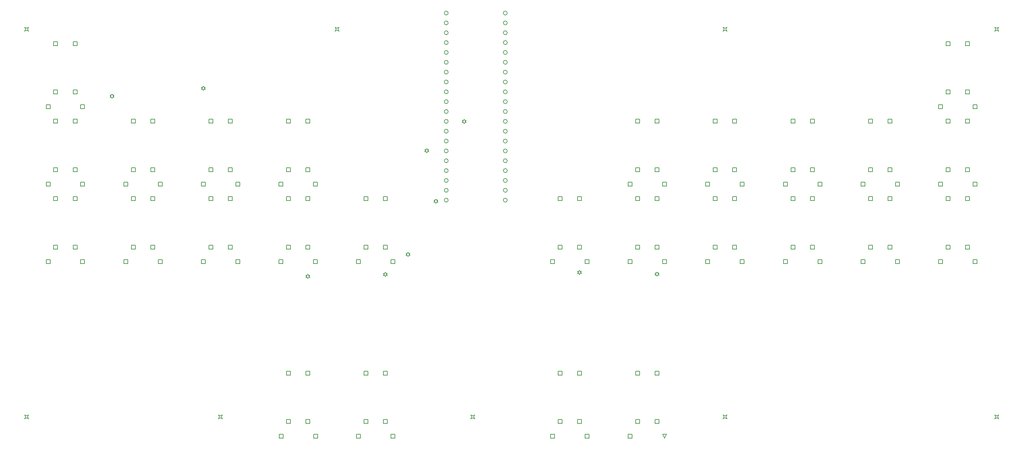
<source format=gbr>
G04*
G04 #@! TF.GenerationSoftware,Altium Limited,Altium Designer,23.10.1 (27)*
G04*
G04 Layer_Color=2752767*
%FSLAX44Y44*%
%MOMM*%
G71*
G04*
G04 #@! TF.SameCoordinates,93BA021C-4F65-4C52-B2D2-680D5BDB3C73*
G04*
G04*
G04 #@! TF.FilePolarity,Positive*
G04*
G01*
G75*
%ADD31C,0.1270*%
%ADD32C,0.1693*%
D31*
X769920Y732420D02*
Y742580D01*
X780080D01*
Y732420D01*
X769920D01*
Y857420D02*
Y867580D01*
X780080D01*
Y857420D01*
X769920D01*
X819920Y732420D02*
Y742580D01*
X830080D01*
Y732420D01*
X819920D01*
Y857420D02*
Y867580D01*
X830080D01*
Y857420D01*
X819920D01*
X1869920Y732420D02*
Y742580D01*
X1880080D01*
Y732420D01*
X1869920D01*
X2519920Y1057420D02*
Y1067580D01*
X2530080D01*
Y1057420D01*
X2519920D01*
Y932420D02*
Y942580D01*
X2530080D01*
Y932420D01*
X2519920D01*
X2469920Y1057420D02*
Y1067580D01*
X2480080D01*
Y1057420D01*
X2469920D01*
Y932420D02*
Y942580D01*
X2480080D01*
Y932420D01*
X2469920D01*
Y732420D02*
Y742580D01*
X2480080D01*
Y732420D01*
X2469920D01*
Y857420D02*
Y867580D01*
X2480080D01*
Y857420D01*
X2469920D01*
X2519920Y732420D02*
Y742580D01*
X2530080D01*
Y732420D01*
X2519920D01*
Y857420D02*
Y867580D01*
X2530080D01*
Y857420D01*
X2519920D01*
X2119920Y532420D02*
Y542580D01*
X2130080D01*
Y532420D01*
X2119920D01*
X2069920Y657420D02*
Y667580D01*
X2080080D01*
Y657420D01*
X2069920D01*
Y532420D02*
Y542580D01*
X2080080D01*
Y532420D01*
X2069920D01*
X1719920Y657420D02*
Y667580D01*
X1730080D01*
Y657420D01*
X1719920D01*
Y532420D02*
Y542580D01*
X1730080D01*
Y532420D01*
X1719920D01*
X1669920Y657420D02*
Y667580D01*
X1680080D01*
Y657420D01*
X1669920D01*
Y532420D02*
Y542580D01*
X1680080D01*
Y532420D01*
X1669920D01*
X1519920Y657420D02*
Y667580D01*
X1530080D01*
Y657420D01*
X1519920D01*
Y532420D02*
Y542580D01*
X1530080D01*
Y532420D01*
X1519920D01*
X1469920Y657420D02*
Y667580D01*
X1480080D01*
Y657420D01*
X1469920D01*
Y532420D02*
Y542580D01*
X1480080D01*
Y532420D01*
X1469920D01*
X1719920Y857420D02*
Y867580D01*
X1730080D01*
Y857420D01*
X1719920D01*
Y732420D02*
Y742580D01*
X1730080D01*
Y732420D01*
X1719920D01*
X1669920Y857420D02*
Y867580D01*
X1680080D01*
Y857420D01*
X1669920D01*
Y732420D02*
Y742580D01*
X1680080D01*
Y732420D01*
X1669920D01*
X2519920Y657420D02*
Y667580D01*
X2530080D01*
Y657420D01*
X2519920D01*
Y532420D02*
Y542580D01*
X2530080D01*
Y532420D01*
X2519920D01*
X2469920Y657420D02*
Y667580D01*
X2480080D01*
Y657420D01*
X2469920D01*
Y532420D02*
Y542580D01*
X2480080D01*
Y532420D01*
X2469920D01*
X2319920Y657420D02*
Y667580D01*
X2330080D01*
Y657420D01*
X2319920D01*
Y532420D02*
Y542580D01*
X2330080D01*
Y532420D01*
X2319920D01*
X2269920Y657420D02*
Y667580D01*
X2280080D01*
Y657420D01*
X2269920D01*
Y532420D02*
Y542580D01*
X2280080D01*
Y532420D01*
X2269920D01*
X2319920Y857420D02*
Y867580D01*
X2330080D01*
Y857420D01*
X2319920D01*
Y732420D02*
Y742580D01*
X2330080D01*
Y732420D01*
X2319920D01*
X2269920Y857420D02*
Y867580D01*
X2280080D01*
Y857420D01*
X2269920D01*
Y732420D02*
Y742580D01*
X2280080D01*
Y732420D01*
X2269920D01*
X2119920Y857420D02*
Y867580D01*
X2130080D01*
Y857420D01*
X2119920D01*
Y732420D02*
Y742580D01*
X2130080D01*
Y732420D01*
X2119920D01*
X2069920Y857420D02*
Y867580D01*
X2080080D01*
Y857420D01*
X2069920D01*
Y732420D02*
Y742580D01*
X2080080D01*
Y732420D01*
X2069920D01*
X1919920Y857420D02*
Y867580D01*
X1930080D01*
Y857420D01*
X1919920D01*
Y732420D02*
Y742580D01*
X1930080D01*
Y732420D01*
X1919920D01*
X1869920Y857420D02*
Y867580D01*
X1880080D01*
Y857420D01*
X1869920D01*
X969920Y532420D02*
Y542579D01*
X980080D01*
Y532420D01*
X969920D01*
X819920Y207419D02*
Y217579D01*
X830080D01*
Y207419D01*
X819920D01*
Y82419D02*
Y92579D01*
X830080D01*
Y82419D01*
X819920D01*
X769920Y207419D02*
Y217579D01*
X780080D01*
Y207419D01*
X769920D01*
Y82419D02*
Y92579D01*
X780080D01*
Y82419D01*
X769920D01*
X819920Y657420D02*
Y667579D01*
X830080D01*
Y657420D01*
X819920D01*
Y532420D02*
Y542579D01*
X830080D01*
Y532420D01*
X819920D01*
X769920Y657420D02*
Y667579D01*
X780080D01*
Y657420D01*
X769920D01*
Y532420D02*
Y542579D01*
X780080D01*
Y532420D01*
X769920D01*
X619920Y857420D02*
Y867580D01*
X630080D01*
Y857420D01*
X619920D01*
Y732420D02*
Y742580D01*
X630080D01*
Y732420D01*
X619920D01*
X569920Y857420D02*
Y867580D01*
X580080D01*
Y857420D01*
X569920D01*
Y732420D02*
Y742580D01*
X580080D01*
Y732420D01*
X569920D01*
X419920Y857420D02*
Y867580D01*
X430080D01*
Y857420D01*
X419920D01*
Y732420D02*
Y742580D01*
X430080D01*
Y732420D01*
X419920D01*
X369920Y857420D02*
Y867580D01*
X380080D01*
Y857420D01*
X369920D01*
Y732420D02*
Y742580D01*
X380080D01*
Y732420D01*
X369920D01*
X619920Y657420D02*
Y667579D01*
X630080D01*
Y657420D01*
X619920D01*
Y532420D02*
Y542579D01*
X630080D01*
Y532420D01*
X619920D01*
X569920Y657420D02*
Y667579D01*
X580080D01*
Y657420D01*
X569920D01*
Y532420D02*
Y542579D01*
X580080D01*
Y532420D01*
X569920D01*
X419920Y657420D02*
Y667579D01*
X430080D01*
Y657420D01*
X419920D01*
Y532420D02*
Y542579D01*
X430080D01*
Y532420D01*
X419920D01*
X369920Y657420D02*
Y667579D01*
X380080D01*
Y657420D01*
X369920D01*
Y532420D02*
Y542579D01*
X380080D01*
Y532420D01*
X369920D01*
X219920Y1057419D02*
Y1067579D01*
X230080D01*
Y1057419D01*
X219920D01*
Y932419D02*
Y942579D01*
X230080D01*
Y932419D01*
X219920D01*
X169920Y1057419D02*
Y1067579D01*
X180080D01*
Y1057419D01*
X169920D01*
Y932419D02*
Y942579D01*
X180080D01*
Y932419D01*
X169920D01*
X219920Y857420D02*
Y867580D01*
X230080D01*
Y857420D01*
X219920D01*
Y732420D02*
Y742580D01*
X230080D01*
Y732420D01*
X219920D01*
X169920Y857420D02*
Y867580D01*
X180080D01*
Y857420D01*
X169920D01*
Y732420D02*
Y742580D01*
X180080D01*
Y732420D01*
X169920D01*
X219920Y657420D02*
Y667579D01*
X230080D01*
Y657420D01*
X219920D01*
Y532420D02*
Y542579D01*
X230080D01*
Y532420D01*
X219920D01*
X169920Y657420D02*
Y667579D01*
X180080D01*
Y657420D01*
X169920D01*
Y532420D02*
Y542579D01*
X180080D01*
Y532420D01*
X169920D01*
X2119920Y657420D02*
Y667580D01*
X2130080D01*
Y657420D01*
X2119920D01*
X1019920Y207419D02*
Y217579D01*
X1030080D01*
Y207419D01*
X1019920D01*
Y82419D02*
Y92579D01*
X1030080D01*
Y82419D01*
X1019920D01*
X969920Y207419D02*
Y217579D01*
X980080D01*
Y207419D01*
X969920D01*
Y82419D02*
Y92579D01*
X980080D01*
Y82419D01*
X969920D01*
X1519920Y207420D02*
Y217580D01*
X1530080D01*
Y207420D01*
X1519920D01*
Y82420D02*
Y92580D01*
X1530080D01*
Y82420D01*
X1519920D01*
X1469920Y207420D02*
Y217580D01*
X1480080D01*
Y207420D01*
X1469920D01*
Y82420D02*
Y92580D01*
X1480080D01*
Y82420D01*
X1469920D01*
X1919920Y657420D02*
Y667580D01*
X1930080D01*
Y657420D01*
X1919920D01*
Y532420D02*
Y542580D01*
X1930080D01*
Y532420D01*
X1919920D01*
X1869920Y657420D02*
Y667580D01*
X1880080D01*
Y657420D01*
X1869920D01*
Y532420D02*
Y542580D01*
X1880080D01*
Y532420D01*
X1869920D01*
X1744400Y44920D02*
X1739320Y55080D01*
X1749480D01*
X1744400Y44920D01*
X1719920Y207420D02*
Y217580D01*
X1730080D01*
Y207420D01*
X1719920D01*
Y82420D02*
Y92580D01*
X1730080D01*
Y82420D01*
X1719920D01*
X1669920Y207420D02*
Y217580D01*
X1680080D01*
Y207420D01*
X1669920D01*
Y82420D02*
Y92580D01*
X1680080D01*
Y82420D01*
X1669920D01*
X1019920Y657420D02*
Y667579D01*
X1030080D01*
Y657420D01*
X1019920D01*
Y532420D02*
Y542579D01*
X1030080D01*
Y532420D01*
X1019920D01*
X969920Y657420D02*
Y667579D01*
X980080D01*
Y657420D01*
X969920D01*
X1894920Y94920D02*
X1897460Y100000D01*
X1894920Y105080D01*
X1900000Y102540D01*
X1905080Y105080D01*
X1902540Y100000D01*
X1905080Y94920D01*
X1900000Y97460D01*
X1894920Y94920D01*
X1244920D02*
X1247460Y100000D01*
X1244920Y105080D01*
X1250000Y102540D01*
X1255080Y105080D01*
X1252540Y100000D01*
X1255080Y94920D01*
X1250000Y97460D01*
X1244920Y94920D01*
X594920D02*
X597460Y100000D01*
X594920Y105080D01*
X600000Y102540D01*
X605080Y105080D01*
X602540Y100000D01*
X605080Y94920D01*
X600000Y97460D01*
X594920Y94920D01*
X894920Y1094920D02*
X897460Y1100000D01*
X894920Y1105080D01*
X900000Y1102540D01*
X905080Y1105080D01*
X902540Y1100000D01*
X905080Y1094920D01*
X900000Y1097460D01*
X894920Y1094920D01*
X1894920D02*
X1897460Y1100000D01*
X1894920Y1105080D01*
X1900000Y1102540D01*
X1905080Y1105080D01*
X1902540Y1100000D01*
X1905080Y1094920D01*
X1900000Y1097460D01*
X1894920Y1094920D01*
X2594920D02*
X2597460Y1100000D01*
X2594920Y1105080D01*
X2600000Y1102540D01*
X2605080Y1105080D01*
X2602540Y1100000D01*
X2605080Y1094920D01*
X2600000Y1097460D01*
X2594920Y1094920D01*
Y94920D02*
X2597460Y100000D01*
X2594920Y105080D01*
X2600000Y102540D01*
X2605080Y105080D01*
X2602540Y100000D01*
X2605080Y94920D01*
X2600000Y97460D01*
X2594920Y94920D01*
X94920D02*
X97460Y100000D01*
X94920Y105080D01*
X100000Y102540D01*
X105080Y105080D01*
X102540Y100000D01*
X105080Y94920D01*
X100000Y97460D01*
X94920Y94920D01*
Y1094920D02*
X97460Y1100000D01*
X94920Y1105080D01*
X100000Y1102540D01*
X105080Y1105080D01*
X102540Y1100000D01*
X105080Y1094920D01*
X100000Y1097460D01*
X94920Y1094920D01*
X2539320Y894920D02*
Y905080D01*
X2549480D01*
Y894920D01*
X2539320D01*
X2450520D02*
Y905080D01*
X2460680D01*
Y894920D01*
X2450520D01*
X2539320Y694920D02*
Y705080D01*
X2549480D01*
Y694920D01*
X2539320D01*
X2450520D02*
Y705080D01*
X2460680D01*
Y694920D01*
X2450520D01*
X2139320D02*
Y705080D01*
X2149480D01*
Y694920D01*
X2139320D01*
X2050520D02*
Y705080D01*
X2060680D01*
Y694920D01*
X2050520D01*
X2339320D02*
Y705080D01*
X2349480D01*
Y694920D01*
X2339320D01*
X2250520D02*
Y705080D01*
X2260680D01*
Y694920D01*
X2250520D01*
X2539320Y494920D02*
Y505080D01*
X2549480D01*
Y494920D01*
X2539320D01*
X2450520D02*
Y505080D01*
X2460680D01*
Y494920D01*
X2450520D01*
X2339320D02*
Y505080D01*
X2349480D01*
Y494920D01*
X2339320D01*
X2250520D02*
Y505080D01*
X2260680D01*
Y494920D01*
X2250520D01*
X1739320Y694920D02*
Y705080D01*
X1749480D01*
Y694920D01*
X1739320D01*
X1650520D02*
Y705080D01*
X1660680D01*
Y694920D01*
X1650520D01*
X2139320Y494920D02*
Y505080D01*
X2149480D01*
Y494920D01*
X2139320D01*
X2050520D02*
Y505080D01*
X2060680D01*
Y494920D01*
X2050520D01*
X239320Y694920D02*
Y705079D01*
X249480D01*
Y694920D01*
X239320D01*
X150520D02*
Y705079D01*
X160680D01*
Y694920D01*
X150520D01*
X239320Y894920D02*
Y905080D01*
X249480D01*
Y894920D01*
X239320D01*
X150520D02*
Y905080D01*
X160680D01*
Y894920D01*
X150520D01*
X439320Y694920D02*
Y705079D01*
X449480D01*
Y694920D01*
X439320D01*
X350520D02*
Y705079D01*
X360680D01*
Y694920D01*
X350520D01*
X239320Y494919D02*
Y505079D01*
X249480D01*
Y494919D01*
X239320D01*
X150520D02*
Y505079D01*
X160680D01*
Y494919D01*
X150520D01*
X439320D02*
Y505079D01*
X449480D01*
Y494919D01*
X439320D01*
X350520D02*
Y505079D01*
X360680D01*
Y494919D01*
X350520D01*
X639320D02*
Y505079D01*
X649480D01*
Y494919D01*
X639320D01*
X550520D02*
Y505079D01*
X560680D01*
Y494919D01*
X550520D01*
X839320D02*
Y505079D01*
X849480D01*
Y494919D01*
X839320D01*
X750520D02*
Y505079D01*
X760680D01*
Y494919D01*
X750520D01*
X639320Y694920D02*
Y705079D01*
X649480D01*
Y694920D01*
X639320D01*
X550520D02*
Y705079D01*
X560680D01*
Y694920D01*
X550520D01*
X839320D02*
Y705079D01*
X849480D01*
Y694920D01*
X839320D01*
X750520D02*
Y705079D01*
X760680D01*
Y694920D01*
X750520D01*
X1039320Y494919D02*
Y505079D01*
X1049480D01*
Y494919D01*
X1039320D01*
X950520D02*
Y505079D01*
X960680D01*
Y494919D01*
X950520D01*
X1650520Y44920D02*
Y55080D01*
X1660680D01*
Y44920D01*
X1650520D01*
X1739320Y494920D02*
Y505080D01*
X1749480D01*
Y494920D01*
X1739320D01*
X1650520D02*
Y505080D01*
X1660680D01*
Y494920D01*
X1650520D01*
X1939320D02*
Y505080D01*
X1949480D01*
Y494920D01*
X1939320D01*
X1850520D02*
Y505080D01*
X1860680D01*
Y494920D01*
X1850520D01*
X1939320Y694920D02*
Y705080D01*
X1949480D01*
Y694920D01*
X1939320D01*
X1850520D02*
Y705080D01*
X1860680D01*
Y694920D01*
X1850520D01*
X1539320Y44920D02*
Y55080D01*
X1549480D01*
Y44920D01*
X1539320D01*
X1450520D02*
Y55080D01*
X1460680D01*
Y44920D01*
X1450520D01*
X1539320Y494920D02*
Y505080D01*
X1549480D01*
Y494920D01*
X1539320D01*
X1450520D02*
Y505080D01*
X1460680D01*
Y494920D01*
X1450520D01*
X1039320Y44919D02*
Y55079D01*
X1049480D01*
Y44919D01*
X1039320D01*
X950520D02*
Y55079D01*
X960680D01*
Y44919D01*
X950520D01*
X839930D02*
Y55079D01*
X850090D01*
Y44919D01*
X839930D01*
X751130D02*
Y55079D01*
X761290D01*
Y44919D01*
X751130D01*
X1228000Y856920D02*
X1230540Y859460D01*
X1233080D01*
X1230540Y862000D01*
X1233080Y864540D01*
X1230540D01*
X1228000Y867080D01*
X1225460Y864540D01*
X1222920D01*
X1225460Y862000D01*
X1222920Y859460D01*
X1225460D01*
X1228000Y856920D01*
X1131000Y780920D02*
X1133540Y783460D01*
X1136080D01*
X1133540Y786000D01*
X1136080Y788540D01*
X1133540D01*
X1131000Y791080D01*
X1128460Y788540D01*
X1125920D01*
X1128460Y786000D01*
X1125920Y783460D01*
X1128460D01*
X1131000Y780920D01*
X320000Y921920D02*
X322540Y924460D01*
X325080D01*
X322540Y927000D01*
X325080Y929540D01*
X322540D01*
X320000Y932080D01*
X317460Y929540D01*
X314920D01*
X317460Y927000D01*
X314920Y924460D01*
X317460D01*
X320000Y921920D01*
X556000Y941920D02*
X558540Y944460D01*
X561080D01*
X558540Y947000D01*
X561080Y949540D01*
X558540D01*
X556000Y952080D01*
X553460Y949540D01*
X550920D01*
X553460Y947000D01*
X550920Y944460D01*
X553460D01*
X556000Y941920D01*
X1155000Y650920D02*
X1157540Y653460D01*
X1160080D01*
X1157540Y656000D01*
X1160080Y658540D01*
X1157540D01*
X1155000Y661080D01*
X1152460Y658540D01*
X1149920D01*
X1152460Y656000D01*
X1149920Y653460D01*
X1152460D01*
X1155000Y650920D01*
X1083000Y513920D02*
X1085540Y516460D01*
X1088080D01*
X1085540Y519000D01*
X1088080Y521540D01*
X1085540D01*
X1083000Y524080D01*
X1080460Y521540D01*
X1077920D01*
X1080460Y519000D01*
X1077920Y516460D01*
X1080460D01*
X1083000Y513920D01*
X1025000Y461920D02*
X1027540Y464460D01*
X1030080D01*
X1027540Y467000D01*
X1030080Y469540D01*
X1027540D01*
X1025000Y472080D01*
X1022460Y469540D01*
X1019920D01*
X1022460Y467000D01*
X1019920Y464460D01*
X1022460D01*
X1025000Y461920D01*
X825000Y456920D02*
X827540Y459460D01*
X830080D01*
X827540Y462000D01*
X830080Y464540D01*
X827540D01*
X825000Y467080D01*
X822460Y464540D01*
X819920D01*
X822460Y462000D01*
X819920Y459460D01*
X822460D01*
X825000Y456920D01*
X1525000Y466920D02*
X1527540Y469460D01*
X1530080D01*
X1527540Y472000D01*
X1530080Y474540D01*
X1527540D01*
X1525000Y477080D01*
X1522460Y474540D01*
X1519920D01*
X1522460Y472000D01*
X1519920Y469460D01*
X1522460D01*
X1525000Y466920D01*
X1725000Y462920D02*
X1727540Y465460D01*
X1730080D01*
X1727540Y468000D01*
X1730080Y470540D01*
X1727540D01*
X1725000Y473080D01*
X1722460Y470540D01*
X1719920D01*
X1722460Y468000D01*
X1719920Y465460D01*
X1722460D01*
X1725000Y462920D01*
D32*
X1186640Y1090500D02*
G03*
X1186640Y1090500I-5080J0D01*
G01*
Y1065100D02*
G03*
X1186640Y1065100I-5080J0D01*
G01*
Y1039700D02*
G03*
X1186640Y1039700I-5080J0D01*
G01*
Y1014300D02*
G03*
X1186640Y1014300I-5080J0D01*
G01*
Y988900D02*
G03*
X1186640Y988900I-5080J0D01*
G01*
Y963500D02*
G03*
X1186640Y963500I-5080J0D01*
G01*
Y938100D02*
G03*
X1186640Y938100I-5080J0D01*
G01*
Y912700D02*
G03*
X1186640Y912700I-5080J0D01*
G01*
Y887300D02*
G03*
X1186640Y887300I-5080J0D01*
G01*
Y861900D02*
G03*
X1186640Y861900I-5080J0D01*
G01*
Y836500D02*
G03*
X1186640Y836500I-5080J0D01*
G01*
Y811100D02*
G03*
X1186640Y811100I-5080J0D01*
G01*
Y785700D02*
G03*
X1186640Y785700I-5080J0D01*
G01*
Y760300D02*
G03*
X1186640Y760300I-5080J0D01*
G01*
Y734900D02*
G03*
X1186640Y734900I-5080J0D01*
G01*
Y709500D02*
G03*
X1186640Y709500I-5080J0D01*
G01*
Y658700D02*
G03*
X1186640Y658700I-5080J0D01*
G01*
Y684100D02*
G03*
X1186640Y684100I-5080J0D01*
G01*
Y1115900D02*
G03*
X1186640Y1115900I-5080J0D01*
G01*
Y1141300D02*
G03*
X1186640Y1141300I-5080J0D01*
G01*
X1338840D02*
G03*
X1338840Y1141300I-5080J0D01*
G01*
Y1115900D02*
G03*
X1338840Y1115900I-5080J0D01*
G01*
Y1090500D02*
G03*
X1338840Y1090500I-5080J0D01*
G01*
Y1065100D02*
G03*
X1338840Y1065100I-5080J0D01*
G01*
Y1039700D02*
G03*
X1338840Y1039700I-5080J0D01*
G01*
Y1014300D02*
G03*
X1338840Y1014300I-5080J0D01*
G01*
Y988900D02*
G03*
X1338840Y988900I-5080J0D01*
G01*
Y963500D02*
G03*
X1338840Y963500I-5080J0D01*
G01*
Y938100D02*
G03*
X1338840Y938100I-5080J0D01*
G01*
Y912700D02*
G03*
X1338840Y912700I-5080J0D01*
G01*
Y887300D02*
G03*
X1338840Y887300I-5080J0D01*
G01*
Y861900D02*
G03*
X1338840Y861900I-5080J0D01*
G01*
Y836500D02*
G03*
X1338840Y836500I-5080J0D01*
G01*
Y811100D02*
G03*
X1338840Y811100I-5080J0D01*
G01*
Y785700D02*
G03*
X1338840Y785700I-5080J0D01*
G01*
Y760300D02*
G03*
X1338840Y760300I-5080J0D01*
G01*
Y734900D02*
G03*
X1338840Y734900I-5080J0D01*
G01*
Y709500D02*
G03*
X1338840Y709500I-5080J0D01*
G01*
Y684100D02*
G03*
X1338840Y684100I-5080J0D01*
G01*
Y658700D02*
G03*
X1338840Y658700I-5080J0D01*
G01*
M02*

</source>
